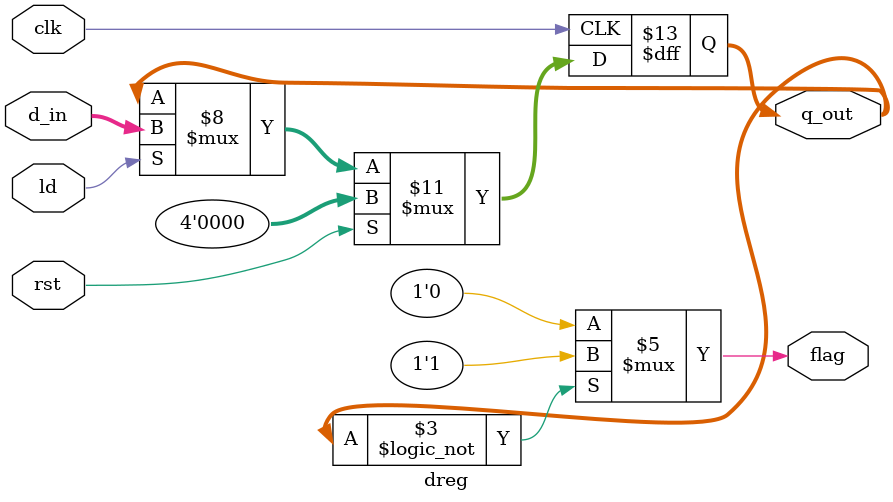
<source format=v>
module dreg(input clk, ld, rst,
	input [3:0] d_in,
	output reg [3:0] q_out,
	output reg flag
    );

always@(posedge clk) begin
		  if (rst) q_out<=4'b0;
	else  if (ld) q_out<= d_in;
	else q_out<=q_out;
end

always@(q_out)begin //checks for divide by zero error
if (q_out==4'b0) flag=1;
else flag=0;
end
endmodule

</source>
